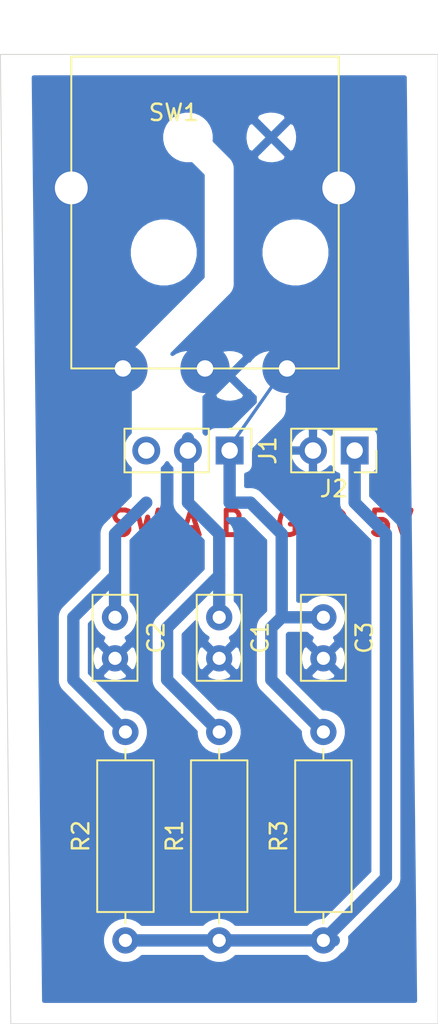
<source format=kicad_pcb>
(kicad_pcb (version 20241229) (generator "pcbnew") (generator_version "9.0")
  (layers (0 "F.Cu" signal) (2 "B.Cu" signal) (13 "F.Paste" user) (15 "B.Paste" user) (5 "F.SilkS" user "F.Silkscreen") (7 "B.SilkS" user "B.Silkscreen") (1 "F.Mask" user) (3 "B.Mask" user) (25 "Edge.Cuts" user))
  (net 0 "")
  (net 1 "GND")
  (net 2 "Net-(J1-Pin_1)")
  (net 3 "Net-(J1-Pin_2)")
  (net 4 "Net-(J1-Pin_3)")
  (net 5 "+5V")
  (footprint "Connector_PinHeader_2.54mm:PinHeader_2x01_P2.54mm_Vertical" (layer "F.Cu") (at 445.77 127 180)
    (property "Reference" "J2" (at 1.27 -2.33 0) (layer "F.SilkS"))
    (property "Value" "Vcc + GND")
    (fp_line (start 3.87 -1.33) (end 3.87 1.33) (stroke (width 0.12)) (layer "F.SilkS"))
    (fp_line (start 1.27 1.27) (end 1.27 -1.33) (stroke (width 0.12)) (layer "F.SilkS"))
    (fp_line (start 1.27 -1.33) (end 3.87 -1.33) (stroke (width 0.12)) (layer "F.SilkS"))
    (fp_line (start -1.33 1.33) (end 3.87 1.33) (stroke (width 0.12)) (layer "F.SilkS"))
    (fp_line (start -1.33 1.27) (end 1.27 1.27) (stroke (width 0.12)) (layer "F.SilkS"))
    (fp_line (start -1.33 1.27) (end -1.33 1.33) (stroke (width 0.12)) (layer "F.SilkS"))
    (fp_line (start -1.33 0) (end -1.33 -1.33) (stroke (width 0.12)) (layer "F.SilkS"))
    (fp_line (start -1.33 -1.33) (end 0 -1.33) (stroke (width 0.12)) (layer "F.SilkS"))
    (pad "1" thru_hole rect (at 0 0 180) (size 1.7 1.7) (drill 1) (layers "*.Cu" "*.Mask") (net 5 "+5V"))
    (pad "2" thru_hole oval (at 2.54 0 180) (size 1.7 1.7) (drill 1) (layers "*.Cu" "*.Mask") (net 1 "GND"))
  )
  (footprint "Connector_PinHeader_2.54mm:PinHeader_1x03_P2.54mm_Vertical" (layer "F.Cu") (at 438.15 127 -90)
    (property "Reference" "J1" (at 0 -2.33 90) (layer "F.SilkS"))
    (property "Value" "MIC")
    (fp_line (start -1.33 6.41) (end 1.33 6.41) (stroke (width 0.12)) (layer "F.SilkS"))
    (fp_line (start -1.33 1.27) (end -1.33 6.41) (stroke (width 0.12)) (layer "F.SilkS"))
    (fp_line (start -1.33 1.27) (end 1.33 1.27) (stroke (width 0.12)) (layer "F.SilkS"))
    (fp_line (start 1.33 1.27) (end 1.33 6.41) (stroke (width 0.12)) (layer "F.SilkS"))
    (fp_line (start -1.33 0) (end -1.33 -1.33) (stroke (width 0.12)) (layer "F.SilkS"))
    (fp_line (start -1.33 -1.33) (end 0 -1.33) (stroke (width 0.12)) (layer "F.SilkS"))
    (pad "1" thru_hole rect (at 0 0 270) (size 1.7 1.7) (drill 1) (layers "*.Cu" "*.Mask") (net 2 "Net-(J1-Pin_1)"))
    (pad "2" thru_hole oval (at 0 2.54 270) (size 1.7 1.7) (drill 1) (layers "*.Cu" "*.Mask") (net 3 "Net-(J1-Pin_2)"))
    (pad "3" thru_hole oval (at 0 5.08 270) (size 1.7 1.7) (drill 1) (layers "*.Cu" "*.Mask") (net 4 "Net-(J1-Pin_3)"))
  )
  (footprint "Resistor_THT:R_Axial_DIN0309_L9.0mm_D3.2mm_P12.70mm_Horizontal" (layer "F.Cu") (at 437.515 156.845 90)
    (property "Reference" "R1" (at 6.35 -2.72 90) (layer "F.SilkS"))
    (property "Value" "10kOhm")
    (fp_line (start 10.97 -1.72) (end 1.73 -1.72) (stroke (width 0.12)) (layer "F.SilkS"))
    (fp_line (start 1.73 -1.72) (end 1.73 1.72) (stroke (width 0.12)) (layer "F.SilkS"))
    (fp_line (start 11.66 0) (end 10.97 0) (stroke (width 0.12)) (layer "F.SilkS"))
    (fp_line (start 1.04 0) (end 1.73 0) (stroke (width 0.12)) (layer "F.SilkS"))
    (fp_line (start 10.97 1.72) (end 10.97 -1.72) (stroke (width 0.12)) (layer "F.SilkS"))
    (fp_line (start 1.73 1.72) (end 10.97 1.72) (stroke (width 0.12)) (layer "F.SilkS"))
    (pad "1" thru_hole circle (at 0 0 90) (size 1.6 1.6) (drill 0.8) (layers "*.Cu" "*.Mask") (net 5 "+5V"))
    (pad "2" thru_hole oval (at 12.7 0 90) (size 1.6 1.6) (drill 0.8) (layers "*.Cu" "*.Mask") (net 3 "Net-(J1-Pin_2)"))
  )
  (footprint "Resistor_THT:R_Axial_DIN0309_L9.0mm_D3.2mm_P12.70mm_Horizontal" (layer "F.Cu") (at 431.8 156.845 90)
    (property "Reference" "R2" (at 6.35 -2.72 90) (layer "F.SilkS"))
    (property "Value" "10kOhm")
    (fp_line (start 10.97 -1.72) (end 1.73 -1.72) (stroke (width 0.12)) (layer "F.SilkS"))
    (fp_line (start 1.73 -1.72) (end 1.73 1.72) (stroke (width 0.12)) (layer "F.SilkS"))
    (fp_line (start 11.66 0) (end 10.97 0) (stroke (width 0.12)) (layer "F.SilkS"))
    (fp_line (start 1.04 0) (end 1.73 0) (stroke (width 0.12)) (layer "F.SilkS"))
    (fp_line (start 10.97 1.72) (end 10.97 -1.72) (stroke (width 0.12)) (layer "F.SilkS"))
    (fp_line (start 1.73 1.72) (end 10.97 1.72) (stroke (width 0.12)) (layer "F.SilkS"))
    (pad "1" thru_hole circle (at 0 0 90) (size 1.6 1.6) (drill 0.8) (layers "*.Cu" "*.Mask") (net 5 "+5V"))
    (pad "2" thru_hole oval (at 12.7 0 90) (size 1.6 1.6) (drill 0.8) (layers "*.Cu" "*.Mask") (net 4 "Net-(J1-Pin_3)"))
  )
  (footprint "Resistor_THT:R_Axial_DIN0309_L9.0mm_D3.2mm_P12.70mm_Horizontal" (layer "F.Cu") (at 443.865 156.845 90)
    (property "Reference" "R3" (at 6.35 -2.72 90) (layer "F.SilkS"))
    (property "Value" "10kOhm")
    (fp_line (start 10.97 -1.72) (end 1.73 -1.72) (stroke (width 0.12)) (layer "F.SilkS"))
    (fp_line (start 1.73 -1.72) (end 1.73 1.72) (stroke (width 0.12)) (layer "F.SilkS"))
    (fp_line (start 11.66 0) (end 10.97 0) (stroke (width 0.12)) (layer "F.SilkS"))
    (fp_line (start 1.04 0) (end 1.73 0) (stroke (width 0.12)) (layer "F.SilkS"))
    (fp_line (start 10.97 1.72) (end 10.97 -1.72) (stroke (width 0.12)) (layer "F.SilkS"))
    (fp_line (start 1.73 1.72) (end 10.97 1.72) (stroke (width 0.12)) (layer "F.SilkS"))
    (pad "1" thru_hole circle (at 0 0 90) (size 1.6 1.6) (drill 0.8) (layers "*.Cu" "*.Mask") (net 5 "+5V"))
    (pad "2" thru_hole oval (at 12.7 0 90) (size 1.6 1.6) (drill 0.8) (layers "*.Cu" "*.Mask") (net 2 "Net-(J1-Pin_1)"))
  )
  (footprint "Capacitor_THT:C_Disc_D5.0mm_W2.5mm_P2.50mm" (layer "F.Cu") (at 437.515 137.16 -90)
    (property "Reference" "C1" (at 1.25 -2.5 90) (layer "F.SilkS"))
    (property "Value" "100nF")
    (fp_line (start -1.37 1.37) (end 3.87 1.37) (stroke (width 0.12)) (layer "F.SilkS"))
    (fp_line (start -1.37 -1.37) (end -1.37 1.37) (stroke (width 0.12)) (layer "F.SilkS"))
    (fp_line (start -1.37 -1.37) (end 3.87 -1.37) (stroke (width 0.12)) (layer "F.SilkS"))
    (fp_line (start 3.87 -1.37) (end 3.87 1.37) (stroke (width 0.12)) (layer "F.SilkS"))
    (pad "1" thru_hole circle (at 0 0 270) (size 1.6 1.6) (drill 0.8) (layers "*.Cu" "*.Mask") (net 3 "Net-(J1-Pin_2)"))
    (pad "2" thru_hole circle (at 2.5 0 270) (size 1.6 1.6) (drill 0.8) (layers "*.Cu" "*.Mask") (net 1 "GND"))
  )
  (footprint "Capacitor_THT:C_Disc_D5.0mm_W2.5mm_P2.50mm" (layer "F.Cu") (at 431.165 137.16 -90)
    (property "Reference" "C2" (at 1.25 -2.5 90) (layer "F.SilkS"))
    (property "Value" "100nF")
    (fp_line (start -1.37 1.37) (end 3.87 1.37) (stroke (width 0.12)) (layer "F.SilkS"))
    (fp_line (start -1.37 -1.37) (end -1.37 1.37) (stroke (width 0.12)) (layer "F.SilkS"))
    (fp_line (start -1.37 -1.37) (end 3.87 -1.37) (stroke (width 0.12)) (layer "F.SilkS"))
    (fp_line (start 3.87 -1.37) (end 3.87 1.37) (stroke (width 0.12)) (layer "F.SilkS"))
    (pad "1" thru_hole circle (at 0 0 270) (size 1.6 1.6) (drill 0.8) (layers "*.Cu" "*.Mask") (net 4 "Net-(J1-Pin_3)"))
    (pad "2" thru_hole circle (at 2.5 0 270) (size 1.6 1.6) (drill 0.8) (layers "*.Cu" "*.Mask") (net 1 "GND"))
  )
  (footprint "Capacitor_THT:C_Disc_D5.0mm_W2.5mm_P2.50mm" (layer "F.Cu") (at 443.865 137.16 -90)
    (property "Reference" "C3" (at 1.25 -2.5 90) (layer "F.SilkS"))
    (property "Value" "100nF")
    (fp_line (start -1.37 1.37) (end 3.87 1.37) (stroke (width 0.12)) (layer "F.SilkS"))
    (fp_line (start -1.37 -1.37) (end -1.37 1.37) (stroke (width 0.12)) (layer "F.SilkS"))
    (fp_line (start -1.37 -1.37) (end 3.87 -1.37) (stroke (width 0.12)) (layer "F.SilkS"))
    (fp_line (start 3.87 -1.37) (end 3.87 1.37) (stroke (width 0.12)) (layer "F.SilkS"))
    (pad "1" thru_hole circle (at 0 0 270) (size 1.6 1.6) (drill 0.8) (layers "*.Cu" "*.Mask") (net 2 "Net-(J1-Pin_1)"))
    (pad "2" thru_hole circle (at 2.5 0 270) (size 1.6 1.6) (drill 0.8) (layers "*.Cu" "*.Mask") (net 1 "GND"))
  )
  (footprint "Rotary_encoder_library:Rotary_Encoder_pantilt" (layer "F.Cu") (at 444.8 103 180)
    (property "Reference" "SW1" (at 10.0536 -3.4116 0) (layer "F.SilkS"))
    (property "Value" "Rotary_Encoder_Switch")
    (fp_line (start 16.3 -19) (end 16.3 0) (stroke (width 0.12)) (layer "F.SilkS"))
    (fp_line (start 0 0) (end 16.3 0) (stroke (width 0.12)) (layer "F.SilkS"))
    (fp_line (start 0 0) (end 0 -19) (stroke (width 0.12)) (layer "F.SilkS"))
    (fp_line (start 0 -19) (end 16.3 -19) (stroke (width 0.12)) (layer "F.SilkS"))
    (pad "1" thru_hole circle (at 0 -8 180) (size 2.5 2.5) (drill 2) (layers "*.Cu" "*.Mask"))
    (pad "2" thru_hole circle (at 16.3 -8 180) (size 2.5 2.5) (drill 2) (layers "*.Cu" "*.Mask"))
    (pad "A" thru_hole circle (at 13.15 -19 180) (size 3 3) (drill 1) (layers "*.Cu" "*.Mask") (net 3 "Net-(J1-Pin_2)"))
    (pad "B" thru_hole circle (at 8.15 -19 180) (size 3 3) (drill 1) (layers "*.Cu" "*.Mask") (net 4 "Net-(J1-Pin_3)"))
    (pad "C" thru_hole circle (at 3.15 -19 180) (size 3 3) (drill 1) (layers "*.Cu" "*.Mask") (net 2 "Net-(J1-Pin_1)"))
  )
  (gr_line (start 441.5 122) (end 438 127) (stroke (width 0.2)) (layer "B.Cu") (net 2))
  (gr_line (start 424.18 102.87) (end 424.815 161.925) (stroke (width 0.05)) (layer "Edge.Cuts"))
  (gr_line (start 424.815 161.925) (end 450.85 161.925) (stroke (width 0.05)) (layer "Edge.Cuts"))
  (gr_line (start 450.85 102.87) (end 424.18 102.87) (stroke (width 0.05)) (layer "Edge.Cuts"))
  (gr_line (start 450.85 161.925) (end 450.85 102.87) (stroke (width 0.05)) (layer "Edge.Cuts"))
  (gr_text "SW A B" (at 434.975 131.445 0) (layer "F.Cu") (effects (font (size 1.5 1.5) (thickness 0.3))))
  (gr_text "GND 5V" (at 445.135 131.445 0) (layer "F.Cu") (effects (font (size 1.5 1.5) (thickness 0.3))))
  (segment (start 441.325 137.16) (end 441.325 132.08) (width 0.75) (layer "B.Cu") (net 2))
  (segment (start 441.325 132.08) (end 439.42 130.175) (width 0.75) (layer "B.Cu") (net 2))
  (segment (start 440.69 140.97) (end 440.69 137.795) (width 0.75) (layer "B.Cu") (net 2))
  (segment (start 441.325 137.16) (end 440.69 137.795) (width 0.75) (layer "B.Cu") (net 2))
  (segment (start 443.865 137.16) (end 441.325 137.16) (width 0.75) (layer "B.Cu") (net 2))
  (segment (start 438.15 130.175) (end 438.15 127) (width 0.75) (layer "B.Cu") (net 2))
  (segment (start 439.42 130.175) (end 438.15 130.175) (width 0.75) (layer "B.Cu") (net 2))
  (segment (start 443.865 144.145) (end 440.69 140.97) (width 0.75) (layer "B.Cu") (net 2))
  (segment (start 437.515 132.08) (end 435.61 130.175) (width 0.75) (layer "B.Cu") (net 3))
  (segment (start 437.515 144.145) (end 434.34 140.97) (width 0.75) (layer "B.Cu") (net 3))
  (segment (start 434.34 137.795) (end 437.515 134.62) (width 0.75) (layer "B.Cu") (net 3))
  (segment (start 434.34 140.97) (end 434.34 137.795) (width 0.75) (layer "B.Cu") (net 3))
  (segment (start 437.515 137.16) (end 437.515 134.62) (width 0.75) (layer "B.Cu") (net 3))
  (segment (start 435.61 130.175) (end 435.61 126.2634) (width 0.75) (layer "B.Cu") (net 3))
  (segment (start 437.515 134.62) (end 437.515 132.08) (width 0.75) (layer "B.Cu") (net 3))
  (segment (start 428.625 140.97) (end 428.625 137.16) (width 0.75) (layer "B.Cu") (net 4))
  (segment (start 431.8 144.145) (end 428.625 140.97) (width 0.75) (layer "B.Cu") (net 4))
  (segment (start 428.625 137.16) (end 431.165 134.62) (width 0.75) (layer "B.Cu") (net 4))
  (segment (start 431.165 137.16) (end 431.165 134.62) (width 0.75) (layer "B.Cu") (net 4))
  (segment (start 431.165 132.08) (end 433.07 130.175) (width 0.75) (layer "B.Cu") (net 4))
  (segment (start 431.165 134.62) (end 431.165 132.08) (width 0.75) (layer "B.Cu") (net 4))
  (segment (start 447.675 153.035) (end 443.865 156.845) (width 0.75) (layer "B.Cu") (net 5))
  (segment (start 438.15 156.845) (end 431.8 156.845) (width 0.75) (layer "B.Cu") (net 5))
  (segment (start 445.77 130.175) (end 447.675 132.08) (width 0.75) (layer "B.Cu") (net 5))
  (segment (start 438.15 156.845) (end 444.5 156.845) (width 0.75) (layer "B.Cu") (net 5))
  (segment (start 447.675 132.08) (end 447.675 153.035) (width 0.75) (layer "B.Cu") (net 5))
  (segment (start 445.77 127) (end 445.77 130.175) (width 0.75) (layer "B.Cu") (net 5))
  (zone (net 1) (net_name "GND") (layer "B.Cu") (connect_pads (clearance 0.508)) (min_thickness 0.254) (fill yes (thermal_gap 0.508) (thermal_bridge_width 0.508))
    (polygon (pts (xy 449.58 160.655) (xy 426.72 160.655) (xy 426.085 104.14) (xy 448.945 104.14)))
  )
)
</source>
